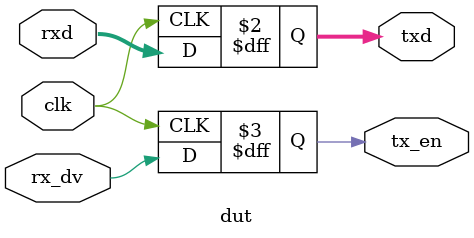
<source format=v>


module dut(
    input       clk,
    input [7:0] rxd,
    input       rx_dv,
    output[7:0] txd,
    output      tx_en);

    reg [7:0]   txd;
    reg         tx_en;
    always @(posedge clk) begin
        txd     <= rxd;
        tx_en   <= rx_dv;
    end

endmodule

</source>
